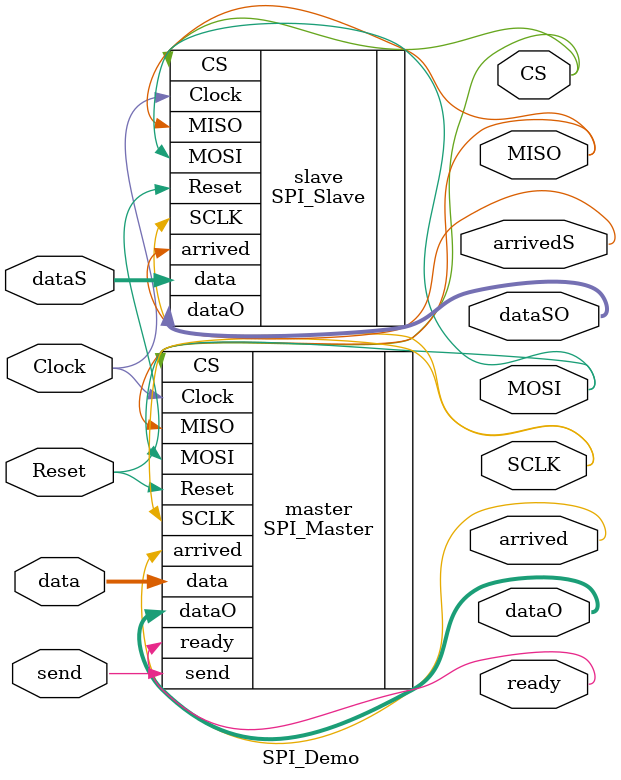
<source format=v>
`default_nettype none
module SPI_Demo(
   input Clock,
   input Reset,
   output ready,
   input send,
   output arrived,
   input [7:0] data,
   output [7:0] dataO,
   output arrivedS,
   input [7:0] dataS,
   output [7:0] dataSO,
   output SCLK,
   output MISO,
   output MOSI,
   output CS);

   SPI_Master #(8) master(
      .Clock(Clock), .Reset(Reset),
      .ready(ready), .send(send), .arrived(arrived),
      .data(data), .dataO(dataO),
      .SCLK(SCLK), .MISO(MISO),
      .MOSI(MOSI), .CS(CS));

   SPI_Slave #(8) slave(
      .Clock(Clock), .Reset(Reset),
      .arrived(arrivedS),
      .data(dataS), .dataO(dataSO),
      .SCLK(SCLK), .MISO(MISO),
      .MOSI(MOSI), .CS(CS));

endmodule

</source>
